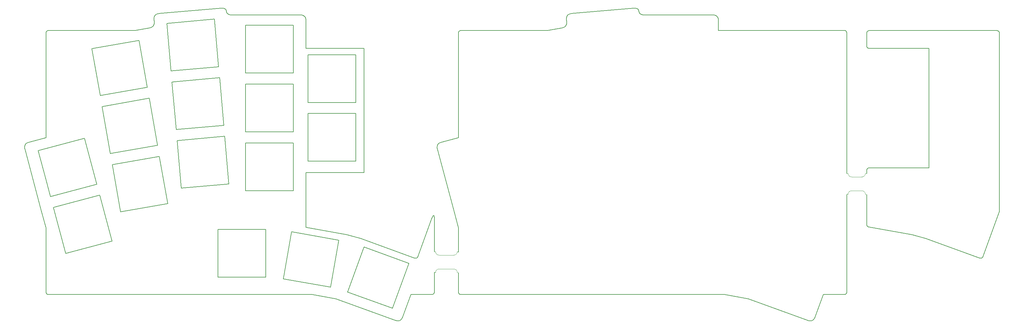
<source format=gbr>
%TF.GenerationSoftware,KiCad,Pcbnew,(6.0.8)*%
%TF.CreationDate,2023-01-01T22:00:03+01:00*%
%TF.ProjectId,rule169,72756c65-3136-4392-9e6b-696361645f70,v1.0.0*%
%TF.SameCoordinates,Original*%
%TF.FileFunction,Profile,NP*%
%FSLAX46Y46*%
G04 Gerber Fmt 4.6, Leading zero omitted, Abs format (unit mm)*
G04 Created by KiCad (PCBNEW (6.0.8)) date 2023-01-01 22:00:03*
%MOMM*%
%LPD*%
G01*
G04 APERTURE LIST*
%TA.AperFunction,Profile*%
%ADD10C,0.149930*%
%TD*%
%TA.AperFunction,Profile*%
%ADD11C,0.050000*%
%TD*%
%TA.AperFunction,Profile*%
%ADD12C,0.080000*%
%TD*%
G04 APERTURE END LIST*
D10*
X91719023Y-98721196D02*
X94115438Y-85130429D01*
X23205700Y-27644947D02*
X23205698Y-57911866D01*
X194161324Y-20880409D02*
X194117386Y-20827288D01*
X75502428Y-21941974D02*
X75463905Y-21892197D01*
X217262476Y-23762656D02*
X217249759Y-23637237D01*
X23410739Y-27106403D02*
X23379732Y-27138177D01*
X260091397Y-27697399D02*
X260091397Y-31353234D01*
X74843008Y-20659224D02*
X74779330Y-20627304D01*
X254189223Y-102954629D02*
X254216656Y-102916722D01*
X173415761Y-23567225D02*
X173418327Y-23630085D01*
X254240104Y-27269518D02*
X254221398Y-27234391D01*
X96832764Y-22433541D02*
X96757798Y-22426711D01*
X172998563Y-25802450D02*
X172939568Y-25848176D01*
X244007490Y-110843751D02*
X244103494Y-110825611D01*
X173696385Y-22602156D02*
X173649974Y-22671718D01*
X54342688Y-25269522D02*
X54304823Y-25353980D01*
X193350183Y-20493342D02*
X193215740Y-20477619D01*
X217229252Y-23519907D02*
X217201505Y-23410396D01*
X112612639Y-64723644D02*
X98811620Y-64723645D01*
X54447948Y-24759785D02*
X54439796Y-24873955D01*
X216717909Y-22732162D02*
X216648402Y-22686011D01*
X244580924Y-110603988D02*
X244644780Y-110553911D01*
X173429734Y-25179431D02*
X173396788Y-25269483D01*
X53294734Y-26126844D02*
X53238020Y-26139644D01*
X195119611Y-22325815D02*
X195035185Y-22293562D01*
X254294330Y-27407279D02*
X254271064Y-27339498D01*
X58084834Y-24848833D02*
X71832235Y-23645506D01*
X135114489Y-80381592D02*
X135085000Y-80375466D01*
X194884013Y-22218930D02*
X194816837Y-22177331D01*
X135262371Y-80838946D02*
X135249348Y-80721533D01*
X142892696Y-26906062D02*
X142835907Y-26917238D01*
X73694898Y-20471911D02*
X55732871Y-22042124D01*
X260369878Y-27091717D02*
X260335113Y-27121073D01*
X260728305Y-83741164D02*
X260756727Y-83747426D01*
X260536688Y-32034939D02*
X260604374Y-32058007D01*
X134767072Y-103193336D02*
X134834854Y-103170091D01*
X23484324Y-103088326D02*
X23522269Y-103115734D01*
X20941213Y-61624497D02*
X23205698Y-61017372D01*
X260096342Y-27628150D02*
X260092862Y-27665157D01*
X129987550Y-92721487D02*
X129936574Y-92727041D01*
X23274947Y-27296899D02*
X23254932Y-27345170D01*
X55050985Y-22237263D02*
X54965769Y-22289251D01*
X260123696Y-83208861D02*
X260138674Y-83255622D01*
X97919504Y-22970580D02*
X97860032Y-22902322D01*
X253993851Y-103120585D02*
X254028704Y-103099559D01*
X260103709Y-67286093D02*
X260100266Y-67323620D01*
X55732871Y-22042124D02*
X55597311Y-22058195D01*
X124852462Y-110854793D02*
X124953380Y-110843641D01*
X53885457Y-25848206D02*
X53766886Y-25927566D01*
X17040821Y-60888376D02*
X17053168Y-60985503D01*
X136703629Y-59468041D02*
X136614834Y-59527371D01*
X260695683Y-83732449D02*
X260728305Y-83741164D01*
X114980124Y-68004124D02*
X114964958Y-32075474D01*
X135230779Y-102782566D02*
X135247771Y-102730657D01*
X23608185Y-103163685D02*
X23656434Y-103183681D01*
X245137685Y-109870137D02*
X247552800Y-103232982D01*
X243906582Y-110854905D02*
X244007490Y-110843751D01*
X142669888Y-26971624D02*
X142634762Y-26988134D01*
X297815024Y-26969938D02*
X297758264Y-26958763D01*
X134869707Y-103155655D02*
X134904833Y-103139162D01*
X98212958Y-32075473D02*
X98212598Y-26894234D01*
X54216344Y-25506763D02*
X54166744Y-25575425D01*
X23350376Y-27172979D02*
X23322944Y-27210941D01*
X94612502Y-73224183D02*
X80811489Y-73224182D01*
X42339656Y-65729065D02*
X55929713Y-63333000D01*
X136801383Y-59413210D02*
X136703629Y-59468041D01*
X130416730Y-92467451D02*
X130392960Y-92495118D01*
X193957732Y-20695009D02*
X193896969Y-20659251D01*
X125385958Y-110695196D02*
X125458613Y-110651213D01*
X75234073Y-21222971D02*
X75222891Y-21143470D01*
X193090538Y-20468875D02*
X192978751Y-20465448D01*
X17060272Y-60343428D02*
X17038651Y-60495653D01*
X254176835Y-27165236D02*
X254150708Y-27131757D01*
X23956074Y-103232868D02*
X99936980Y-103232868D01*
X142433615Y-27138168D02*
X142404258Y-27172953D01*
X260140964Y-31650334D02*
X260161010Y-31698174D01*
X253931428Y-26963586D02*
X253883180Y-26943572D01*
X260114286Y-27523365D02*
X260103116Y-27580154D01*
X260773259Y-26949193D02*
X260709379Y-26955467D01*
X192978751Y-20465448D02*
X192812089Y-20467895D01*
X17854612Y-59363249D02*
X17747494Y-59413115D01*
X253958724Y-103139275D02*
X253993851Y-103120585D01*
X260121475Y-67179829D02*
X260110418Y-67237420D01*
X94612501Y-59423161D02*
X94612502Y-73224183D01*
X17077081Y-60265420D02*
X17060272Y-60343428D01*
X127939064Y-94244792D02*
X123219252Y-107213962D01*
X74903781Y-20694965D02*
X74843008Y-20659224D01*
X23224247Y-27452984D02*
X23214125Y-27512802D01*
X142599633Y-27006842D02*
X142564780Y-27027886D01*
X217029261Y-23045148D02*
X216973674Y-22970687D01*
X260138674Y-83255622D02*
X260156315Y-83299703D01*
X142877872Y-103224556D02*
X142941784Y-103230825D01*
X216851359Y-22840101D02*
X216785747Y-22783435D01*
X260364311Y-83564761D02*
X260395037Y-83588053D01*
X253831223Y-26926579D02*
X253775419Y-26912885D01*
X135280014Y-85140309D02*
X135280014Y-81317257D01*
X243800698Y-110858465D02*
X243906582Y-110854905D01*
X54361542Y-23567119D02*
X54364093Y-23629979D01*
X244512705Y-110651322D02*
X244580924Y-110603988D01*
X130557387Y-92231844D02*
X130545024Y-92261480D01*
X142538204Y-103088434D02*
X142576150Y-103115842D01*
X193896969Y-20659251D02*
X193833306Y-20627318D01*
X75592383Y-22039968D02*
X75545180Y-21991361D01*
X17408584Y-59657600D02*
X17344240Y-59727638D01*
X293640406Y-92316259D02*
X293656367Y-92282881D01*
X173649974Y-22671718D02*
X173608908Y-22742426D01*
X55143788Y-22189986D02*
X55050985Y-22237263D01*
X54403128Y-25083624D02*
X54375625Y-25179460D01*
X17747494Y-59413115D02*
X17649732Y-59467953D01*
X80811489Y-73224182D02*
X80811489Y-59423160D01*
X253715629Y-26902765D02*
X253651718Y-26896492D01*
X292937981Y-92747767D02*
X292994036Y-92750174D01*
X23580877Y-26988072D02*
X23545751Y-27006791D01*
X260593841Y-26979281D02*
X260541906Y-26996272D01*
X53238020Y-26139644D02*
X48976468Y-26894234D01*
X260095275Y-82993545D02*
X260097172Y-83051763D01*
X173495596Y-24512030D02*
X173502851Y-24639237D01*
X134677855Y-80944789D02*
X134566344Y-81219184D01*
X253888745Y-103170207D02*
X253923598Y-103155771D01*
X48976468Y-26894234D02*
X23956056Y-26894234D01*
X97310772Y-22547142D02*
X97173456Y-22501486D01*
X54752449Y-22468399D02*
X54694382Y-22534142D01*
X260653376Y-83719225D02*
X260695683Y-83732449D01*
X253615790Y-103231519D02*
X253652795Y-103228041D01*
X215746360Y-22423940D02*
X195763617Y-22423940D01*
X75463905Y-21892197D02*
X75429396Y-21842421D01*
X95998563Y-22423835D02*
X76709388Y-22423835D01*
X195210221Y-22354175D02*
X195119611Y-22325815D01*
X142772521Y-26933909D02*
X142704741Y-26957174D01*
X23282992Y-102822945D02*
X23299502Y-102858040D01*
X136210318Y-60029423D02*
X136178715Y-60107930D01*
X130276998Y-92601095D02*
X130242592Y-92624891D01*
X260110418Y-67237420D02*
X260103709Y-67286093D01*
X142308815Y-27345061D02*
X142291822Y-27397020D01*
X253923598Y-103155771D02*
X253958724Y-103139275D01*
X254333899Y-68199000D02*
X254333898Y-27644697D01*
X142353385Y-102858147D02*
X142372093Y-102893240D01*
X74779330Y-20627304D02*
X74713272Y-20598999D01*
X173456837Y-23162189D02*
X173434376Y-23288171D01*
X254284668Y-102782680D02*
X254301658Y-102730772D01*
X173478830Y-24981847D02*
X173457253Y-25083609D01*
X260224882Y-27252239D02*
X260203848Y-27287092D01*
X53944461Y-25802489D02*
X53885457Y-25848206D01*
X126058852Y-109928900D02*
X126083458Y-109870030D01*
X260596288Y-66628076D02*
X260544867Y-66645306D01*
X142564780Y-27027886D02*
X142530479Y-27051404D01*
X54364093Y-23629979D02*
X54441348Y-24511926D01*
X136908498Y-59363348D02*
X136801383Y-59413210D01*
X173270427Y-25506707D02*
X173220827Y-25575370D01*
X142393137Y-102928061D02*
X142416655Y-102962332D01*
X142291822Y-27397020D02*
X142278130Y-27452825D01*
X216435418Y-22575602D02*
X216364795Y-22547247D01*
X134529653Y-103232869D02*
X134561895Y-103231404D01*
X75644249Y-22087407D02*
X75592383Y-22039968D01*
X260544867Y-66645306D02*
X260497118Y-66665602D01*
X173416406Y-23494765D02*
X173415761Y-23567225D01*
X293420253Y-92597319D02*
X293450312Y-92571060D01*
X23782024Y-26917143D02*
X23718639Y-26933823D01*
X50025976Y-29768315D02*
X52421339Y-43358371D01*
X254063004Y-103076065D02*
X254096485Y-103049961D01*
X54642302Y-22602050D02*
X54595887Y-22671612D01*
X260452905Y-66688685D02*
X260412092Y-66714276D01*
X23237942Y-27397153D02*
X23224247Y-27452984D01*
X76584637Y-22420784D02*
X76467153Y-22411894D01*
X260123932Y-31598814D02*
X260140964Y-31650334D01*
X142336873Y-102823052D02*
X142353385Y-102858147D01*
X135233188Y-80623305D02*
X135214153Y-80543167D01*
X126027170Y-109995213D02*
X126058852Y-109928900D01*
X129643030Y-92691285D02*
X129576308Y-92669293D01*
X297641081Y-26947039D02*
X260841398Y-26947040D01*
X23205698Y-57911866D02*
X18098533Y-59280289D01*
X23205708Y-102483211D02*
X23207173Y-102515424D01*
X18098533Y-59280289D02*
X17971489Y-59318816D01*
X260198626Y-83380123D02*
X260222809Y-83416609D01*
X23268542Y-102788126D02*
X23282992Y-102822945D01*
X134939960Y-103120470D02*
X134974814Y-103099446D01*
X97045047Y-22468772D02*
X96930000Y-22446842D01*
X23214125Y-27512802D02*
X23207851Y-27576744D01*
X254150708Y-27131757D02*
X254121833Y-27099378D01*
X17344240Y-59727638D02*
X17287242Y-59800307D01*
X17030344Y-60639713D02*
X17032141Y-60771867D01*
X260374540Y-66742096D02*
X260340117Y-66771866D01*
X75429396Y-21842421D02*
X75398684Y-21793035D01*
X260154203Y-27392199D02*
X260130949Y-27459979D01*
X75178260Y-21001340D02*
X75145854Y-20938296D01*
X173421756Y-23400388D02*
X173416406Y-23494765D01*
X260100266Y-67323620D02*
X260098813Y-67356316D01*
X142496998Y-27077531D02*
X142464619Y-27106408D01*
X23362773Y-102962223D02*
X23388903Y-102995673D01*
X23545751Y-27006791D02*
X23510898Y-27027844D01*
X54518776Y-22813664D02*
X54487433Y-22885134D01*
X195763617Y-22423940D02*
X195638836Y-22420889D01*
X54424689Y-24981846D02*
X54403128Y-25083624D01*
X53359531Y-26108812D02*
X53294734Y-26126844D01*
X142264534Y-102552500D02*
X142271313Y-102600453D01*
X23923816Y-26895700D02*
X23886811Y-26899182D01*
X98212958Y-68004123D02*
X114980124Y-68004124D01*
X17080072Y-61123199D02*
X21812582Y-78782897D01*
X75545180Y-21991361D02*
X75502428Y-21941974D01*
X254028704Y-103099559D02*
X254063004Y-103076065D01*
X193630115Y-20552369D02*
X193489699Y-20517704D01*
X135192503Y-80480022D02*
X135168502Y-80432775D01*
X94612502Y-39224520D02*
X80811843Y-39224519D01*
X86611509Y-84424167D02*
X86611510Y-98223774D01*
X125756823Y-110393169D02*
X125847189Y-110283472D01*
X142259581Y-27644697D02*
X142259581Y-57911614D01*
X124635605Y-110853713D02*
X124746562Y-110858352D01*
X194698216Y-22087514D02*
X194646337Y-22040074D01*
X195035185Y-22293562D02*
X194956724Y-22257803D01*
X76065538Y-22325711D02*
X75981133Y-22293457D01*
X75222891Y-21143470D02*
X75204112Y-21069662D01*
X142259589Y-96901000D02*
X142259589Y-102483317D01*
X23443117Y-27077513D02*
X23410739Y-27106403D01*
X135271998Y-80976640D02*
X135262371Y-80838946D01*
X75998182Y-71263798D02*
X62251144Y-72466771D01*
X54887819Y-22345443D02*
X54816821Y-22405329D01*
X135168502Y-80432775D02*
X135142411Y-80400330D01*
X129768342Y-92719512D02*
X129707028Y-92707924D01*
X135188004Y-102875404D02*
X135210765Y-102830770D01*
X260280109Y-66836143D02*
X260254252Y-66870095D01*
X114017745Y-87005803D02*
X110021131Y-85908656D01*
X298186119Y-27159109D02*
X298153755Y-27130233D01*
X54694382Y-22534142D02*
X54642302Y-22602050D01*
X260103116Y-27580154D02*
X260096342Y-27628150D01*
D11*
X137134000Y-95853000D02*
X140409000Y-95853000D01*
D10*
X74435646Y-20517771D02*
X74296099Y-20493442D01*
D11*
X141909000Y-90853000D02*
X142259588Y-90932000D01*
D10*
X24513444Y-74954208D02*
X23205698Y-70075287D01*
X135280014Y-102483211D02*
X135280014Y-96774000D01*
X23616006Y-26971555D02*
X23580877Y-26988072D01*
X194117386Y-20827288D02*
X194068460Y-20778818D01*
X125981746Y-110079644D02*
X126027170Y-109995213D01*
X17156327Y-60029433D02*
X17124708Y-60107956D01*
X173491701Y-23026520D02*
X173456837Y-23162189D01*
X74645353Y-20574101D02*
X74576092Y-20552403D01*
X253976104Y-26986348D02*
X253931428Y-26963586D01*
X174197911Y-22190093D02*
X174105092Y-22237370D01*
X253820964Y-103193450D02*
X253888745Y-103170207D01*
X260651514Y-66614189D02*
X260596288Y-66628076D01*
X244362878Y-110735332D02*
X244440051Y-110695304D01*
X298273867Y-27263598D02*
X298246448Y-27225653D01*
X173168334Y-25639106D02*
X173113454Y-25698085D01*
X23886811Y-26899182D02*
X23838815Y-26905964D01*
X23764200Y-103214338D02*
X23823990Y-103224450D01*
X215983933Y-22446947D02*
X215886677Y-22433646D01*
X293450312Y-92571060D02*
X293504085Y-92516522D01*
X134856620Y-80593626D02*
X134792153Y-80706992D01*
X129707028Y-92707924D02*
X129643030Y-92691285D01*
X54262539Y-25433005D02*
X54216344Y-25506763D01*
X75902692Y-22257699D02*
X75830001Y-22218825D01*
X244644780Y-110553911D02*
X244704352Y-110501696D01*
X135162768Y-102916607D02*
X135188004Y-102875404D01*
X173870905Y-22405436D02*
X173806529Y-22468504D01*
X23823990Y-103224450D02*
X23887901Y-103230718D01*
X53650945Y-25991951D02*
X53541698Y-26042719D01*
X292994036Y-92750174D02*
X293047528Y-92748449D01*
X244704352Y-110501696D02*
X244810949Y-110393276D01*
X98175022Y-23519797D02*
X98147281Y-23410286D01*
X17124708Y-60107956D02*
X17098426Y-60186774D01*
X125590678Y-110553803D02*
X125650243Y-110501587D01*
X254256615Y-27304644D02*
X254240104Y-27269518D01*
X273132186Y-85930058D02*
X277128447Y-87027202D01*
D11*
X259717000Y-68247000D02*
X260098622Y-68199001D01*
D10*
X130242592Y-92624891D02*
X130205934Y-92646996D01*
X293316928Y-92668403D02*
X293353603Y-92646298D01*
X135280014Y-81317257D02*
X135277965Y-81135713D01*
X244103494Y-110825611D02*
X244194677Y-110801091D01*
X260161010Y-31698174D02*
X260183792Y-31742472D01*
X80811493Y-25424556D02*
X94612502Y-25424556D01*
X76709388Y-22423835D02*
X76584637Y-22420784D01*
X23318211Y-102893135D02*
X23339255Y-102927955D01*
X253651718Y-26896492D02*
X253583548Y-26894339D01*
X216973674Y-22970687D02*
X216914188Y-22902428D01*
X142634762Y-26988134D02*
X142599633Y-27006842D01*
X58264048Y-26894234D02*
X58084834Y-24848833D01*
X192749120Y-20471667D02*
X174787117Y-22042234D01*
X260501884Y-32020611D02*
X260536688Y-32034939D01*
X98026204Y-23125972D02*
X97975081Y-23045041D01*
X25341760Y-78044892D02*
X38671115Y-74473019D01*
X173220827Y-25575370D02*
X173168334Y-25639106D01*
X173541536Y-22885240D02*
X173514588Y-22956325D01*
X135042596Y-103049846D02*
X135074974Y-103020998D01*
X260230977Y-66904879D02*
X260210151Y-66940225D01*
X292879327Y-92740921D02*
X292937981Y-92747767D01*
X96930000Y-22446842D02*
X96832764Y-22433541D01*
X71832235Y-23645506D02*
X73035208Y-37392899D01*
X298299090Y-27304839D02*
X298273867Y-27263598D01*
X17287242Y-59800307D02*
X17237194Y-59875141D01*
X54380214Y-23288065D02*
X54367571Y-23400283D01*
X126083458Y-109870030D02*
X128498922Y-103232869D01*
X217080397Y-23126079D02*
X217029261Y-23045148D01*
X142704741Y-26957174D02*
X142669888Y-26971624D01*
X193699359Y-20574084D02*
X193630115Y-20552369D01*
X173113454Y-25698085D02*
X173056694Y-25752477D01*
X260099997Y-31484198D02*
X260110185Y-31543483D01*
X173493959Y-24873978D02*
X173478830Y-24981847D01*
X142259581Y-57911614D02*
X137152418Y-59280391D01*
X125049394Y-110825502D02*
X125140582Y-110800980D01*
X254333898Y-27644697D02*
X254332434Y-27612454D01*
X136086291Y-60771697D02*
X136094999Y-60888180D01*
X297673306Y-26948506D02*
X297641081Y-26947039D01*
X54304823Y-25353980D02*
X54262539Y-25433005D01*
X125458613Y-110651213D02*
X125526827Y-110603880D01*
X76356718Y-22397552D02*
X76253116Y-22378148D01*
X260191637Y-66975848D02*
X260175298Y-67011469D01*
X172497404Y-26081274D02*
X172413750Y-26108883D01*
X23322944Y-27210941D02*
X23297708Y-27252201D01*
X194816837Y-22177331D02*
X194754978Y-22133396D01*
X94612861Y-42424211D02*
X94612860Y-56223819D01*
X172939568Y-25848176D02*
X172821016Y-25927553D01*
X23708393Y-103200657D02*
X23764200Y-103214338D01*
X216227449Y-22501591D02*
X216099009Y-22468877D01*
X260130949Y-27459979D02*
X260114286Y-27523365D01*
X54367571Y-23400283D02*
X54362203Y-23494660D01*
X254331747Y-102551432D02*
X254333900Y-102483326D01*
X254090071Y-27068372D02*
X254055288Y-27039016D01*
X135280014Y-90805000D02*
X135280014Y-85140309D01*
X38831279Y-45754789D02*
X36434865Y-32164736D01*
X98112859Y-23308325D02*
X98072316Y-23213644D01*
X74036394Y-20469038D02*
X73924580Y-20465638D01*
X293098501Y-92742896D02*
X293146991Y-92733819D01*
X23339255Y-102927955D02*
X23362773Y-102962223D01*
X260236472Y-31820986D02*
X260265822Y-31855476D01*
X23207851Y-27576744D02*
X23205700Y-27644947D01*
X260407806Y-27064283D02*
X260369878Y-27091717D01*
X73035208Y-37392899D02*
X59288165Y-38595876D01*
X98212600Y-23896323D02*
X98208237Y-23762546D01*
X142322424Y-102788233D02*
X142336873Y-102823052D01*
X39387963Y-48906511D02*
X52977668Y-46510089D01*
X76467153Y-22411894D02*
X76356718Y-22397552D01*
X173056694Y-25752477D02*
X172998563Y-25802450D01*
X23956056Y-26894234D02*
X23923816Y-26895700D01*
X193489699Y-20517704D02*
X193350183Y-20493342D01*
X260841397Y-66595378D02*
X260773934Y-66597562D01*
X135249348Y-80721533D02*
X135233188Y-80623305D01*
X75014534Y-20778750D02*
X74961129Y-20734738D01*
X38671115Y-74473019D02*
X42242987Y-87803074D01*
X293617509Y-92358756D02*
X293640406Y-92316259D01*
X110021131Y-85908656D02*
X98212957Y-83825859D01*
X173457253Y-25083609D02*
X173429734Y-25179431D01*
X74296099Y-20493442D02*
X74161624Y-20477752D01*
X173806529Y-22468504D02*
X173748462Y-22534247D01*
X34270922Y-58052632D02*
X37842797Y-71382340D01*
X260156315Y-83299703D02*
X260176381Y-83341179D01*
D11*
X137134000Y-91853000D02*
X140409000Y-91853000D01*
D10*
X73757881Y-20468126D02*
X73694898Y-20471911D01*
X136398175Y-59727686D02*
X136341192Y-59800341D01*
X80811843Y-56223820D02*
X80811843Y-42424212D01*
X260203848Y-27287092D02*
X260185148Y-27322218D01*
X142835907Y-26917238D02*
X142772521Y-26933909D01*
X54595887Y-22671612D02*
X54554818Y-22742320D01*
X128498922Y-103232869D02*
X134529653Y-103232869D01*
X98147281Y-23410286D02*
X98112859Y-23308325D01*
X41784383Y-62496563D02*
X39387963Y-48906511D01*
X172595874Y-26042748D02*
X172497404Y-26081274D01*
X125308786Y-110735223D02*
X125385958Y-110695196D01*
X260210151Y-66940225D02*
X260191637Y-66975848D01*
X135277860Y-102551319D02*
X135280014Y-102483211D01*
X106874349Y-104455944D02*
X124139648Y-110741030D01*
X130125720Y-92684917D02*
X130082084Y-92700122D01*
X260335113Y-27121073D02*
X260303367Y-27152078D01*
X243193900Y-110741146D02*
X243325832Y-110784645D01*
X254322174Y-27527454D02*
X254311000Y-27470664D01*
X260493680Y-27016287D02*
X260449025Y-27039047D01*
X97663801Y-22732055D02*
X97594309Y-22685906D01*
X136462508Y-59657660D02*
X136398175Y-59727686D01*
X17193690Y-59951672D02*
X17156327Y-60029433D01*
X97975081Y-23045041D02*
X97919504Y-22970580D01*
X217266836Y-26894339D02*
X217266835Y-23896433D01*
X72811895Y-84424168D02*
X86611509Y-84424167D01*
X298051174Y-27059543D02*
X298016066Y-27040835D01*
X98811620Y-64723645D02*
X98811621Y-50924036D01*
X142299158Y-102720515D02*
X142322424Y-102788233D01*
X23887901Y-103230718D02*
X23956074Y-103232868D01*
X174019867Y-22289359D02*
X173941910Y-22345551D01*
X260340117Y-66771866D02*
X260308685Y-66803309D01*
X260724361Y-32085617D02*
X260772275Y-32092338D01*
X298016066Y-27040835D02*
X297980957Y-27024325D01*
X129883077Y-92728766D02*
X129827013Y-92726359D01*
X293146991Y-92733819D02*
X293193039Y-92721528D01*
X136120191Y-61059272D02*
X136134307Y-61122948D01*
X174651525Y-22058303D02*
X174525129Y-22081633D01*
X142442784Y-102995778D02*
X142471661Y-103028128D01*
X243573682Y-110840378D02*
X243689755Y-110853825D01*
X54059363Y-25698136D02*
X54002598Y-25752523D01*
X142576150Y-103115842D02*
X142617390Y-103141053D01*
X23254932Y-27345170D02*
X23237942Y-27397153D01*
X98195528Y-23637127D02*
X98175022Y-23519797D01*
X55470944Y-22081526D02*
X55353449Y-22111608D01*
X195307232Y-22378252D02*
X195210221Y-22354175D01*
X80811489Y-59423160D02*
X94612501Y-59423161D01*
X136094999Y-60888180D02*
X136107371Y-60985284D01*
X75246066Y-21360560D02*
X75234073Y-21222971D01*
X142662069Y-103163792D02*
X142710317Y-103183788D01*
X292687376Y-92690700D02*
X292754064Y-92712693D01*
X21812582Y-78782897D02*
X23205706Y-83982140D01*
X134956588Y-80455148D02*
X134923177Y-80495636D01*
X136178715Y-60107930D02*
X136152450Y-60186733D01*
X260431712Y-31985692D02*
X260466798Y-32004241D01*
X124953380Y-110843641D02*
X125049394Y-110825502D01*
X123219252Y-107213962D02*
X110252195Y-102494152D01*
X135271586Y-102615171D02*
X135277860Y-102551319D01*
X124139648Y-110741030D02*
X124271611Y-110784532D01*
X260649618Y-26965588D02*
X260593841Y-26979281D01*
X105308729Y-101117611D02*
X91719023Y-98721196D01*
X194306614Y-21406355D02*
X194299934Y-21360666D01*
X55929713Y-63333000D02*
X58326134Y-76923413D01*
X80811843Y-42424212D02*
X94612861Y-42424211D01*
X17237194Y-59875141D02*
X17193690Y-59951672D01*
X23245277Y-102720408D02*
X23268542Y-102788126D01*
X243452401Y-110817521D02*
X243573682Y-110840378D01*
X75145854Y-20938296D02*
X75107418Y-20880321D01*
X293047528Y-92748449D02*
X293098501Y-92742896D01*
D11*
X258217000Y-73247000D02*
X256212000Y-73247000D01*
D10*
X112612639Y-50924036D02*
X112612639Y-64723644D01*
X135135336Y-102954516D02*
X135162768Y-102916607D01*
X216914188Y-22902428D02*
X216851359Y-22840101D01*
X254121833Y-27099378D02*
X254090071Y-27068372D01*
D11*
X135634000Y-96853000D02*
X135280014Y-96774000D01*
D10*
X136152450Y-60186733D02*
X136131121Y-60265363D01*
X254241892Y-102875519D02*
X254264653Y-102830882D01*
X194258001Y-21069770D02*
X194232152Y-21001443D01*
X260772275Y-32092338D02*
X260809216Y-32095790D01*
X217249759Y-23637237D02*
X217229252Y-23519907D01*
X172821016Y-25927553D02*
X172705098Y-25991960D01*
X260183792Y-31742472D02*
X260209036Y-31783364D01*
X260176381Y-83341179D02*
X260198626Y-83380123D01*
X297980957Y-27024325D02*
X297946121Y-27009875D01*
X134646898Y-103221155D02*
X134703689Y-103209991D01*
X130438490Y-92439927D02*
X130416730Y-92467451D01*
X260097243Y-74295000D02*
X260095275Y-82993545D01*
X244440051Y-110695304D02*
X244512705Y-110651322D01*
X142940693Y-26899285D02*
X142892696Y-26906062D01*
X260466798Y-32004241D02*
X260501884Y-32020611D01*
X97173456Y-22501486D02*
X97045047Y-22468772D01*
D11*
X256212000Y-69247000D02*
X258217000Y-69247000D01*
D10*
X134923177Y-80495636D02*
X134856620Y-80593626D01*
X194015068Y-20734795D02*
X193957732Y-20695009D01*
X173434376Y-23288171D02*
X173421756Y-23400388D01*
X298391050Y-27697399D02*
X298388898Y-27629227D01*
X23650858Y-26957098D02*
X23616006Y-26971555D01*
X260449025Y-27039047D02*
X260407806Y-27064283D01*
X54439796Y-24873955D02*
X54424689Y-24981846D01*
X260841398Y-32097243D02*
X278075649Y-32097243D01*
X243325832Y-110784645D02*
X243452401Y-110817521D01*
X193833306Y-20627318D02*
X193767263Y-20598998D01*
X194483309Y-21842526D02*
X194452592Y-21793141D01*
X297878376Y-26986610D02*
X297815024Y-26969938D01*
X142271313Y-102600453D02*
X142282487Y-102657188D01*
X142404258Y-27172953D02*
X142376826Y-27210895D01*
X297758264Y-26958763D02*
X297710291Y-26951986D01*
X174525129Y-22081633D02*
X174407610Y-22111716D01*
X253757580Y-103210105D02*
X253820964Y-103193450D01*
X94115438Y-85130429D02*
X107705145Y-87526852D01*
X245081372Y-109995318D02*
X245113068Y-109929006D01*
X98208237Y-23762546D02*
X98195528Y-23637127D01*
X55374092Y-60100147D02*
X41784383Y-62496563D01*
X254055288Y-27039016D02*
X254017345Y-27011581D01*
X173748462Y-22534247D02*
X173696385Y-22602156D01*
X74713272Y-20598999D02*
X74645353Y-20574101D01*
X298246448Y-27225653D02*
X298217108Y-27190870D01*
X173502134Y-24759830D02*
X173493959Y-24873978D01*
X194556358Y-21942079D02*
X194517826Y-21892303D01*
X136614834Y-59527371D02*
X136534594Y-59590733D01*
X298120295Y-27104104D02*
X298086009Y-27080588D01*
X130476144Y-92386525D02*
X130438490Y-92439927D01*
X142259589Y-102483317D02*
X142261055Y-102515530D01*
X134834854Y-103170091D02*
X134869707Y-103155655D01*
X23563509Y-103140946D02*
X23608185Y-103163685D01*
X134598900Y-103227926D02*
X134646898Y-103221155D01*
X253775419Y-26912885D02*
X253715629Y-26902765D01*
X254271064Y-27339498D02*
X254256615Y-27304644D01*
X260487690Y-83646580D02*
X260547439Y-83676883D01*
X244901334Y-110283580D02*
X244976122Y-110177456D01*
X98811621Y-50924036D02*
X112612639Y-50924036D01*
X97381377Y-22575497D02*
X97310772Y-22547142D01*
X216364795Y-22547247D02*
X216227449Y-22501591D01*
X23207173Y-102515424D02*
X23210655Y-102552393D01*
X260102703Y-83107006D02*
X260111624Y-83159346D01*
X98811620Y-33924385D02*
X112612639Y-33924028D01*
X136131121Y-60265363D02*
X136114327Y-60343354D01*
X142464619Y-27106408D02*
X142433615Y-27138168D01*
X75063472Y-20827209D02*
X75014534Y-20778750D01*
X260175298Y-67011469D02*
X260160999Y-67046814D01*
X297710291Y-26951986D02*
X297673306Y-26948506D01*
X130506239Y-92337354D02*
X130476144Y-92386525D01*
X23205698Y-70075287D02*
X20941213Y-61624497D01*
X260092862Y-27665157D02*
X260091397Y-27697399D01*
X260110185Y-31543483D02*
X260123932Y-31598814D01*
X23510898Y-27027844D02*
X23476597Y-27051373D01*
X98212957Y-82823262D02*
X98212958Y-68004123D01*
X260296814Y-31886969D02*
X260329172Y-31915599D01*
X54448634Y-24639166D02*
X54447948Y-24759785D01*
X110252195Y-102494152D02*
X114972015Y-89524983D01*
X61047817Y-58719371D02*
X74794860Y-57516400D01*
X112612639Y-47723994D02*
X98811621Y-47723993D01*
X172413750Y-26108883D02*
X172348969Y-26126931D01*
X142351590Y-27252137D02*
X142328828Y-27296813D01*
X293353603Y-92646298D02*
X293388030Y-92622501D01*
X124271611Y-110784532D02*
X124398206Y-110817408D01*
X23299502Y-102858040D02*
X23318211Y-102893135D01*
X134792153Y-80706992D02*
X134731868Y-80826968D01*
X293668760Y-92253246D02*
X298391050Y-79278438D01*
X130036041Y-92712413D02*
X129987550Y-92721487D01*
X260541906Y-26996272D02*
X260493680Y-27016287D01*
X75282027Y-21526697D02*
X75263693Y-21458685D01*
X23388903Y-102995673D02*
X23417777Y-103028021D01*
X136107371Y-60985284D02*
X136120191Y-61059272D01*
D11*
X135634003Y-90853003D02*
X135280014Y-90805000D01*
D10*
X260248686Y-83450711D02*
X260276019Y-83482504D01*
X142471661Y-103028128D02*
X142503421Y-103059104D01*
X298341843Y-27397763D02*
X298321840Y-27349515D01*
X129827013Y-92726359D02*
X129768342Y-92719512D01*
X194068460Y-20778818D02*
X194015068Y-20734795D01*
X260604374Y-32058007D02*
X260667662Y-32074536D01*
X260710685Y-66603925D02*
X260651514Y-66614189D01*
X134566344Y-81219184D02*
X130557387Y-92231844D01*
X17038651Y-60495653D02*
X17030344Y-60639713D01*
X216785747Y-22783435D02*
X216717909Y-22732162D01*
X98072316Y-23213644D02*
X98026204Y-23125972D01*
X215811693Y-22426816D02*
X215746360Y-22423940D01*
X54114247Y-25639159D02*
X54059363Y-25698136D01*
X17032141Y-60771867D02*
X17040821Y-60888376D01*
X97594309Y-22685906D02*
X97523703Y-22644608D01*
X142278130Y-27452825D02*
X142268007Y-27512614D01*
X260137975Y-67115550D02*
X260121475Y-67179829D01*
X134989735Y-80421790D02*
X134956588Y-80455148D01*
X215886677Y-22433646D02*
X215811693Y-22426816D01*
X194335902Y-21526804D02*
X194317564Y-21458792D01*
X254332434Y-27612454D02*
X254328953Y-27575450D01*
X260412092Y-66714276D02*
X260374540Y-66742096D01*
X134703689Y-103209991D02*
X134767072Y-103193336D01*
X194276774Y-21143581D02*
X194258001Y-21069770D01*
X44736080Y-79319832D02*
X42339656Y-65729065D01*
X292754064Y-92712693D02*
X292818035Y-92729332D01*
D11*
X260097243Y-74295000D02*
X259716997Y-74246997D01*
D10*
X96757798Y-22426711D02*
X96692481Y-22423835D01*
X17065972Y-61059509D02*
X17080072Y-61123199D01*
X254328953Y-27575450D02*
X254322174Y-27527454D01*
X260274504Y-27184457D02*
X260248387Y-27217937D01*
X135142411Y-80400330D02*
X135114489Y-80381592D01*
X298391050Y-79278438D02*
X298391050Y-27697399D01*
X136247665Y-59951678D02*
X136210318Y-60029423D01*
X135261465Y-102674904D02*
X135271586Y-102615171D01*
X168030707Y-26894339D02*
X143009939Y-26894339D01*
X217266835Y-23896433D02*
X217262476Y-23762656D01*
X17480680Y-59590661D02*
X17408584Y-59657600D01*
X98212598Y-26894234D02*
X98212600Y-23896323D01*
X194599122Y-21991465D02*
X194556358Y-21942079D01*
X260098813Y-67356316D02*
X260098622Y-68199001D01*
X260265822Y-31855476D02*
X260296814Y-31886969D01*
X74961129Y-20734738D02*
X74903781Y-20694965D01*
X293277970Y-92688514D02*
X293316928Y-92668403D01*
X194452592Y-21793141D02*
X194401682Y-21697092D01*
X173514588Y-22956325D02*
X173491701Y-23026520D01*
X298086009Y-27080588D02*
X298051174Y-27059543D01*
X97523703Y-22644608D02*
X97452540Y-22607896D01*
X54554818Y-22742320D02*
X54518776Y-22813664D01*
X142372093Y-102893240D02*
X142393137Y-102928061D01*
X23838815Y-26905964D02*
X23782024Y-26917143D01*
X278090819Y-66595378D02*
X260841397Y-66595378D01*
X142977699Y-26895805D02*
X142940693Y-26899285D01*
X54402696Y-23162082D02*
X54380214Y-23288065D01*
X194317564Y-21458792D02*
X194306614Y-21406355D01*
X98811621Y-47723993D02*
X98811620Y-33924385D01*
X260809216Y-32095790D02*
X260841398Y-32097243D01*
X253700790Y-103221270D02*
X253757580Y-103210105D01*
X53766886Y-25927566D02*
X53650945Y-25991951D01*
X254325472Y-102615285D02*
X254331747Y-102551432D01*
X80811492Y-26894233D02*
X80811493Y-25424556D01*
X260308685Y-66803309D02*
X260280109Y-66836143D01*
X23210655Y-102552393D02*
X23217432Y-102600346D01*
X97452540Y-22607896D02*
X97381377Y-22575497D01*
X194401682Y-21697092D02*
X194363364Y-21607275D01*
X23205706Y-83982140D02*
X23205708Y-102483211D01*
X54441348Y-24511926D02*
X54448634Y-24639166D01*
X173941910Y-22345551D02*
X173870905Y-22405436D01*
X97797219Y-22839994D02*
X97731623Y-22783329D01*
X260756727Y-83747426D02*
X273132186Y-85930058D01*
X140866470Y-78783005D02*
X142259588Y-83981186D01*
X42242987Y-87803074D02*
X28913635Y-91374950D01*
X59566503Y-41783222D02*
X73313543Y-40581656D01*
X192812089Y-20467895D02*
X192749120Y-20471667D01*
X97860032Y-22902322D02*
X97797219Y-22839994D01*
X129936574Y-92727041D02*
X129883077Y-92728766D01*
X260334074Y-83539455D02*
X260364311Y-83564761D01*
X52421339Y-43358371D02*
X38831279Y-45754789D01*
X194363364Y-21607275D02*
X194335902Y-21526804D01*
X94612502Y-25424556D02*
X94612502Y-39224520D01*
X124746562Y-110858352D02*
X124852462Y-110854793D01*
X260111624Y-83159346D02*
X260123696Y-83208861D01*
X293587368Y-92407927D02*
X293617509Y-92358756D01*
X142710317Y-103183788D02*
X142762277Y-103200763D01*
X52977668Y-46510089D02*
X55374092Y-60100147D01*
X136134307Y-61122948D02*
X140866470Y-78783005D01*
X217201505Y-23410396D02*
X217167075Y-23308433D01*
X174787117Y-22042234D02*
X174651525Y-22058303D01*
X193215740Y-20477619D02*
X193090538Y-20468875D01*
X298217108Y-27190870D02*
X298186119Y-27159109D01*
X125650243Y-110501587D02*
X125756823Y-110393169D01*
X134974814Y-103099446D02*
X135009115Y-103075949D01*
X17560929Y-59527291D02*
X17480680Y-59590661D01*
X136092739Y-60495544D02*
X136084466Y-60639573D01*
X260547439Y-83676883D02*
X260603315Y-83700901D01*
X173358914Y-25353934D02*
X173316625Y-25432952D01*
X244976122Y-110177456D02*
X245035929Y-110079752D01*
X73313543Y-40581656D02*
X74516516Y-54329052D01*
X75347787Y-21696986D02*
X75309481Y-21607170D01*
X75398684Y-21793035D02*
X75347787Y-21696986D01*
X260185148Y-27322218D02*
X260168646Y-27357347D01*
X278075649Y-32097243D02*
X278090819Y-66595378D01*
X23718639Y-26933823D02*
X23650858Y-26957098D01*
X142503421Y-103059104D02*
X142538204Y-103088434D01*
X260667662Y-32074536D02*
X260724361Y-32085617D01*
X172292273Y-26139746D02*
X168030707Y-26894339D01*
X125847189Y-110283472D02*
X125921959Y-110177349D01*
X173316625Y-25432952D02*
X173270427Y-25506707D01*
X114964958Y-32075474D02*
X98212958Y-32075473D01*
X260091397Y-31353234D02*
X260093644Y-31420829D01*
X260254252Y-66870095D02*
X260230977Y-66904879D01*
X142259588Y-83981186D02*
X142259588Y-90932000D01*
X142268007Y-27512614D02*
X142261733Y-27576524D01*
X254017345Y-27011581D02*
X253976104Y-26986348D01*
X254159868Y-102989381D02*
X254189223Y-102954629D01*
X75204112Y-21069662D02*
X75178260Y-21001340D01*
X254096485Y-103049961D02*
X254128862Y-103021112D01*
X216577779Y-22644714D02*
X216506598Y-22608000D01*
X173418327Y-23630085D02*
X173495596Y-24512030D01*
X55597311Y-22058195D02*
X55470944Y-22081526D01*
X254128862Y-103021112D02*
X254159868Y-102989381D01*
X135247771Y-102730657D02*
X135261465Y-102674904D01*
X194199753Y-20938392D02*
X194161324Y-20880409D01*
X142376826Y-27210895D02*
X142351590Y-27252137D01*
X107705145Y-87526852D02*
X105308729Y-101117611D01*
X135210765Y-102830770D02*
X135230779Y-102782566D01*
X142762277Y-103200763D02*
X142818080Y-103214443D01*
X253883180Y-26943572D02*
X253831223Y-26926579D01*
X135009115Y-103075949D02*
X135042596Y-103049846D01*
X298153755Y-27130233D02*
X298120295Y-27104104D01*
X174105092Y-22237370D02*
X174019867Y-22289359D01*
X194517826Y-21892303D02*
X194483309Y-21842526D01*
X130367143Y-92522621D02*
X130339238Y-92549655D01*
X86611510Y-98223774D02*
X72811896Y-98223774D01*
X194287954Y-21223084D02*
X194276774Y-21143581D01*
X23379732Y-27138177D02*
X23350376Y-27172979D01*
X293236685Y-92706324D02*
X293277970Y-92688514D01*
X260209036Y-31783364D02*
X260236472Y-31820986D01*
X142530479Y-27051404D02*
X142496998Y-27077531D01*
X73924580Y-20465638D02*
X73757881Y-20468126D01*
X135074974Y-103020998D02*
X135105979Y-102989266D01*
X59288165Y-38595876D02*
X58264048Y-26894234D01*
D11*
X254712000Y-74247000D02*
X254333899Y-74168000D01*
D10*
X136534594Y-59590733D02*
X136462508Y-59657660D01*
X135105979Y-102989266D02*
X135135336Y-102954516D01*
X74794860Y-57516400D02*
X75998182Y-71263798D01*
X129576308Y-92669293D02*
X114017745Y-87005803D01*
X62251144Y-72466771D02*
X61047817Y-58719371D01*
X130545024Y-92261480D02*
X130529094Y-92294859D01*
X130166989Y-92667109D02*
X130125720Y-92684917D01*
X23522269Y-103115734D02*
X23563509Y-103140946D01*
X260303367Y-27152078D02*
X260274504Y-27184457D01*
X136114327Y-60343354D02*
X136092739Y-60495544D01*
X130205934Y-92646996D02*
X130166989Y-92667109D01*
X194232152Y-21001443D02*
X194199753Y-20938392D01*
X17649732Y-59467953D02*
X17560929Y-59527291D01*
X195638836Y-22420889D02*
X195521323Y-22411999D01*
X225928243Y-104455700D02*
X243193900Y-110741146D01*
X130309202Y-92575914D02*
X130276998Y-92601095D01*
X74516516Y-54329052D02*
X60769473Y-55530613D01*
X75252744Y-21406247D02*
X75246066Y-21360560D01*
X260168646Y-27357347D02*
X260154203Y-27392199D01*
X136341192Y-59800341D02*
X136291156Y-59875162D01*
X260093644Y-31420829D02*
X260099997Y-31484198D01*
X173572871Y-22813770D02*
X173541536Y-22885240D01*
X28913635Y-91374950D02*
X25341760Y-78044892D01*
X112612639Y-33924028D02*
X112612639Y-47723994D01*
X98212957Y-83825859D02*
X98212957Y-82823262D01*
X55353449Y-22111608D02*
X55244504Y-22147931D01*
X23476597Y-27051373D02*
X23443117Y-27077513D01*
X124398206Y-110817408D02*
X124519512Y-110840266D01*
X216099009Y-22468877D02*
X215983933Y-22446947D01*
X17053168Y-60985503D02*
X17065972Y-61059509D01*
X245113068Y-109929006D02*
X245137685Y-109870137D01*
X54437581Y-23026414D02*
X54402696Y-23162082D01*
X260276019Y-83482504D02*
X260304562Y-83512061D01*
X254333900Y-102483326D02*
X254333899Y-74295000D01*
X260222809Y-83416609D02*
X260248686Y-83450711D01*
X142261733Y-27576524D02*
X142259581Y-27644697D01*
X254216656Y-102916722D02*
X254241892Y-102875519D01*
X134731868Y-80826968D02*
X134677855Y-80944789D01*
X80811843Y-39224519D02*
X80811492Y-26894233D01*
X99936980Y-103232868D02*
X106874349Y-104455944D01*
X216506598Y-22608000D02*
X216435418Y-22575602D01*
X130339238Y-92549655D02*
X130309202Y-92575914D01*
X292818035Y-92729332D02*
X292879327Y-92740921D01*
X136084466Y-60639573D02*
X136086291Y-60771697D01*
X54166744Y-25575425D02*
X54114247Y-25639159D01*
X142941784Y-103230825D02*
X143009956Y-103232974D01*
X253652795Y-103228041D02*
X253700790Y-103221270D01*
X54816821Y-22405329D02*
X54752449Y-22468399D01*
X130392960Y-92495118D02*
X130367143Y-92522621D01*
X76156129Y-22354071D02*
X76065538Y-22325711D01*
D11*
X254333899Y-74168000D02*
X254333899Y-74295000D01*
D10*
X75309481Y-21607170D02*
X75282027Y-21526697D01*
X37842797Y-71382340D02*
X24513444Y-74954208D01*
X54965769Y-22289251D02*
X54887819Y-22345443D01*
X125526827Y-110603880D02*
X125590678Y-110553803D01*
X53443205Y-26081222D02*
X53359531Y-26108812D01*
X244281112Y-110770796D02*
X244362878Y-110735332D01*
X260304562Y-83512061D02*
X260334074Y-83539455D01*
X53541698Y-26042719D02*
X53443205Y-26081222D01*
X142818080Y-103214443D02*
X142877872Y-103224556D01*
X142328828Y-27296813D02*
X142308815Y-27345061D01*
X23417777Y-103028021D02*
X23449540Y-103058998D01*
X293193039Y-92721528D02*
X293236685Y-92706324D01*
X297946121Y-27009875D02*
X297878376Y-26986610D01*
X247552800Y-103232982D02*
X253583547Y-103232983D01*
X72811896Y-98223774D02*
X72811895Y-84424168D01*
X173502851Y-24639237D02*
X173502134Y-24759830D01*
X194754978Y-22133396D02*
X194698216Y-22087514D01*
X254221398Y-27234391D02*
X254200353Y-27199537D01*
X54487433Y-22885134D02*
X54460476Y-22956219D01*
X293388030Y-92622501D02*
X293420253Y-92597319D01*
X75830001Y-22218825D02*
X75762841Y-22177226D01*
X244810949Y-110393276D02*
X244901334Y-110283580D01*
X124519512Y-110840266D02*
X124635605Y-110853713D01*
X142282487Y-102657188D02*
X142299158Y-102720515D01*
X125227021Y-110770686D02*
X125308786Y-110735223D01*
X36434865Y-32164736D02*
X50025976Y-29768315D01*
X125140582Y-110800980D02*
X125227021Y-110770686D01*
X293656367Y-92282881D02*
X293668760Y-92253246D01*
X244194677Y-110801091D02*
X244281112Y-110770796D01*
X260603315Y-83700901D02*
X260653376Y-83719225D01*
X74161624Y-20477752D02*
X74036394Y-20469038D01*
X174298645Y-22148039D02*
X174197911Y-22190093D01*
X217167075Y-23308433D02*
X217126520Y-23213751D01*
X260396895Y-31964825D02*
X260431712Y-31985692D01*
X217126520Y-23213751D02*
X217080397Y-23126079D01*
X125921959Y-110177349D02*
X125981746Y-110079644D01*
X254315351Y-102675019D02*
X254325472Y-102615285D01*
X134904833Y-103139162D02*
X134939960Y-103120470D01*
X173608908Y-22742426D02*
X173572871Y-22813770D01*
X75700994Y-22133291D02*
X75644249Y-22087407D01*
X114972015Y-89524983D02*
X127939064Y-94244792D01*
X54460476Y-22956219D02*
X54437581Y-23026414D01*
X135277965Y-81135713D02*
X135271998Y-80976640D01*
X293549666Y-92461329D02*
X293587368Y-92407927D01*
X194956724Y-22257803D02*
X194884013Y-22218930D01*
X260395037Y-83588053D02*
X260426002Y-83609402D01*
X135085000Y-80375466D02*
X135054204Y-80380853D01*
X254200353Y-27199537D02*
X254176835Y-27165236D01*
X260362624Y-31941507D02*
X260396895Y-31964825D01*
X54362203Y-23494660D02*
X54361542Y-23567119D01*
X75762841Y-22177226D02*
X75700994Y-22133291D01*
X298358824Y-27449721D02*
X298341843Y-27397763D01*
X260497118Y-66665602D02*
X260452905Y-66688685D01*
X293504085Y-92516522D02*
X293549666Y-92461329D01*
X245035929Y-110079752D02*
X245081372Y-109995318D01*
X54375625Y-25179460D02*
X54342688Y-25269522D01*
X298321840Y-27349515D02*
X298299090Y-27304839D01*
X298372513Y-27505527D02*
X298358824Y-27449721D01*
X172705098Y-25991960D02*
X172595874Y-26042748D01*
D11*
X254712003Y-68247003D02*
X254333899Y-68199000D01*
D10*
X23449540Y-103058998D02*
X23484324Y-103088326D01*
X260329172Y-31915599D02*
X260362624Y-31941507D01*
X58326134Y-76923413D02*
X44736080Y-79319832D01*
X260160999Y-67046814D02*
X260137975Y-67115550D01*
X23205698Y-61017372D02*
X34270922Y-58052632D01*
X94612860Y-56223819D02*
X80811843Y-56223820D01*
X277128447Y-87027202D02*
X292687376Y-92690700D01*
X173396788Y-25269483D02*
X173358914Y-25353934D01*
X135054204Y-80380853D02*
X135022361Y-80396660D01*
X254311000Y-27470664D02*
X254294330Y-27407279D01*
X54002598Y-25752523D02*
X53944461Y-25802489D01*
X23656434Y-103183681D02*
X23708393Y-103200657D01*
X260248387Y-27217937D02*
X260224882Y-27252239D01*
X253583548Y-26894339D02*
X217266836Y-26894339D01*
X23297708Y-27252201D02*
X23274947Y-27296899D01*
X96692481Y-22423835D02*
X95998563Y-22423835D01*
X143009939Y-26894339D02*
X142977699Y-26895805D01*
X254264653Y-102830882D02*
X254284668Y-102782680D01*
X60769473Y-55530613D02*
X59566503Y-41783222D01*
X23228607Y-102657083D02*
X23245277Y-102720408D01*
X130082084Y-92700122D02*
X130036041Y-92712413D01*
X75107418Y-20880321D02*
X75063472Y-20827209D01*
X260841398Y-26947040D02*
X260773259Y-26949193D01*
X216648402Y-22686011D02*
X216577779Y-22644714D01*
X142261055Y-102515530D02*
X142264534Y-102552500D01*
X253583547Y-103232983D02*
X253615790Y-103231519D01*
X218990866Y-103232976D02*
X225928243Y-104455700D01*
X137025376Y-59318918D02*
X136908498Y-59363348D01*
X243689755Y-110853825D02*
X243800698Y-110858465D01*
X172348969Y-26126931D02*
X172292273Y-26139746D01*
X143009956Y-103232974D02*
X218990866Y-103232976D01*
X142416655Y-102962332D02*
X142442784Y-102995778D01*
X17971489Y-59318816D02*
X17854612Y-59363249D01*
X137152418Y-59280391D02*
X137025376Y-59318918D01*
X76253116Y-22378148D02*
X76156129Y-22354071D01*
X174407610Y-22111716D02*
X174298645Y-22148039D01*
X195410861Y-22397655D02*
X195307232Y-22378252D01*
X260773934Y-66597562D02*
X260710685Y-66603925D01*
X260097172Y-83051763D02*
X260102703Y-83107006D01*
X136291156Y-59875162D02*
X136247665Y-59951678D01*
X134561895Y-103231404D02*
X134598900Y-103227926D01*
X55244504Y-22147931D02*
X55143788Y-22189986D01*
X75981133Y-22293457D02*
X75902692Y-22257699D01*
X194299934Y-21360666D02*
X194287954Y-21223084D01*
X194646337Y-22040074D02*
X194599122Y-21991465D01*
X298388898Y-27629227D02*
X298382628Y-27565315D01*
X260709379Y-26955467D02*
X260649618Y-26965588D01*
X142617390Y-103141053D02*
X142662069Y-103163792D01*
X130529094Y-92294859D02*
X130506239Y-92337354D01*
X74576092Y-20552403D02*
X74435646Y-20517771D01*
X254301658Y-102730772D02*
X254315351Y-102675019D01*
X135214153Y-80543167D02*
X135192503Y-80480022D01*
X195521323Y-22411999D02*
X195410861Y-22397655D01*
X23217432Y-102600346D02*
X23228607Y-102657083D01*
X135022361Y-80396660D02*
X134989735Y-80421790D01*
X193767263Y-20598998D02*
X193699359Y-20574084D01*
X17098426Y-60186774D02*
X17077081Y-60265420D01*
X298382628Y-27565315D02*
X298372513Y-27505527D01*
X260426002Y-83609402D02*
X260487690Y-83646580D01*
X75263693Y-21458685D02*
X75252744Y-21406247D01*
X97731623Y-22783329D02*
X97663801Y-22732055D01*
D11*
X142259589Y-96901000D02*
X141908997Y-96852997D01*
D12*
%TO.C,REF\u002A\u002A*%
X136634000Y-91853000D02*
X137134000Y-91853000D01*
X137134000Y-95853000D02*
X136634000Y-95853000D01*
X136633997Y-95853003D02*
G75*
G03*
X135634000Y-96853000I-1J-999996D01*
G01*
X135634003Y-90853003D02*
G75*
G03*
X136634000Y-91853000I999996J-1D01*
G01*
X256212000Y-73247000D02*
X255712000Y-73247000D01*
X255712000Y-69247000D02*
X256212000Y-69247000D01*
X255711997Y-73247003D02*
G75*
G03*
X254712000Y-74247000I-1J-999996D01*
G01*
X254712003Y-68247003D02*
G75*
G03*
X255712000Y-69247000I999996J-1D01*
G01*
X140909000Y-95853000D02*
X140409000Y-95853000D01*
X140409000Y-91853000D02*
X140909000Y-91853000D01*
X140909003Y-91852997D02*
G75*
G03*
X141909000Y-90853000I1J999996D01*
G01*
X141908997Y-96852997D02*
G75*
G03*
X140909000Y-95853000I-999996J1D01*
G01*
X258217000Y-69247000D02*
X258717000Y-69247000D01*
X258717000Y-73247000D02*
X258217000Y-73247000D01*
X258717003Y-69246997D02*
G75*
G03*
X259717000Y-68247000I1J999996D01*
G01*
X259716997Y-74246997D02*
G75*
G03*
X258717000Y-73247000I-999996J1D01*
G01*
%TD*%
M02*

</source>
